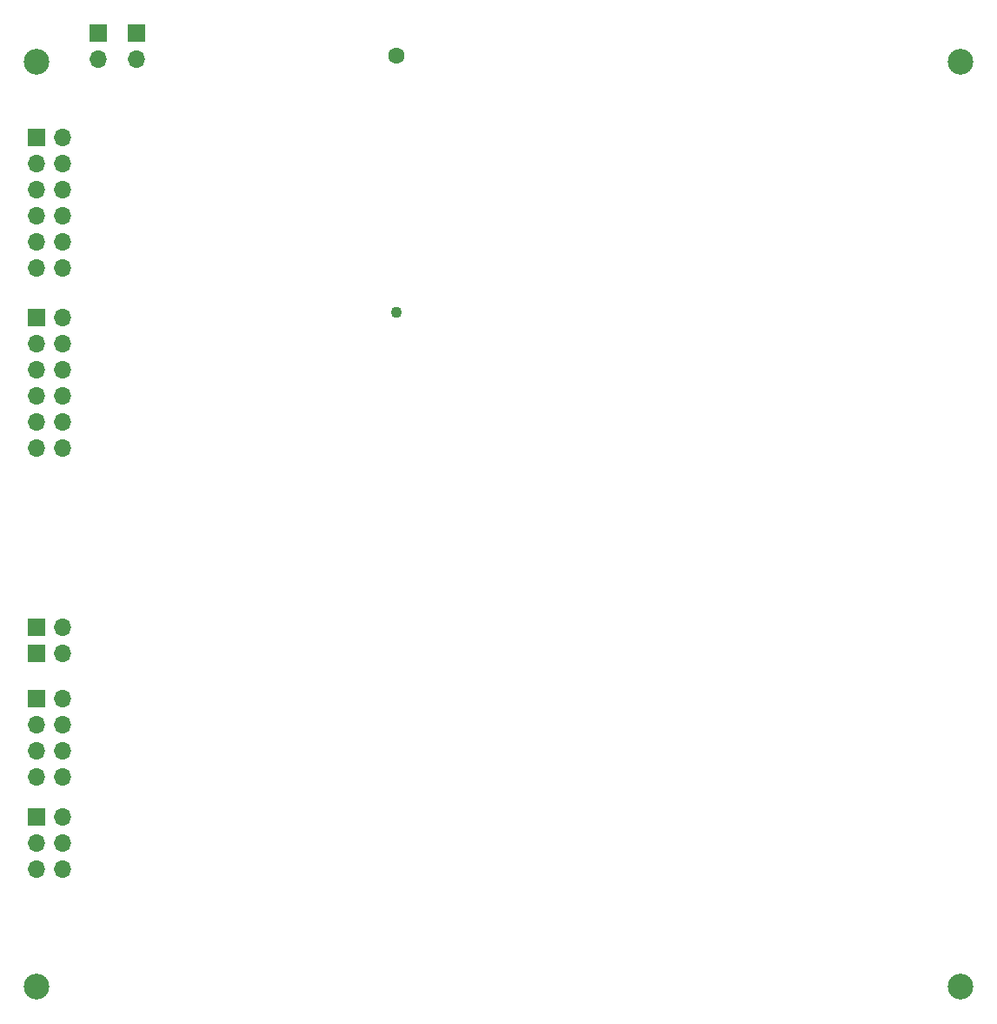
<source format=gbs>
%TF.GenerationSoftware,KiCad,Pcbnew,6.0.4-6f826c9f35~116~ubuntu18.04.1*%
%TF.CreationDate,2022-03-28T11:59:59-03:00*%
%TF.ProjectId,CommBoard,436f6d6d-426f-4617-9264-2e6b69636164,rev?*%
%TF.SameCoordinates,Original*%
%TF.FileFunction,Soldermask,Bot*%
%TF.FilePolarity,Negative*%
%FSLAX46Y46*%
G04 Gerber Fmt 4.6, Leading zero omitted, Abs format (unit mm)*
G04 Created by KiCad (PCBNEW 6.0.4-6f826c9f35~116~ubuntu18.04.1) date 2022-03-28 11:59:59*
%MOMM*%
%LPD*%
G01*
G04 APERTURE LIST*
%ADD10R,1.700000X1.700000*%
%ADD11O,1.700000X1.700000*%
%ADD12C,1.600000*%
%ADD13C,1.100000*%
%ADD14C,2.500000*%
G04 APERTURE END LIST*
D10*
%TO.C,J6*%
X34974744Y-83666233D03*
D11*
X37514744Y-83666233D03*
%TD*%
D10*
%TO.C,J7*%
X34974744Y-86166233D03*
D11*
X37514744Y-86166233D03*
%TD*%
D10*
%TO.C,J4*%
X44724744Y-25836233D03*
D11*
X44724744Y-28376233D03*
%TD*%
D12*
%TO.C,U2*%
X70049744Y-27976233D03*
D13*
X70049744Y-52976233D03*
%TD*%
D14*
%TO.C,H1*%
X124974744Y-28626233D03*
%TD*%
%TO.C,H3*%
X34974744Y-28626233D03*
%TD*%
D10*
%TO.C,J5*%
X40974744Y-25796233D03*
D11*
X40974744Y-28336233D03*
%TD*%
D14*
%TO.C,H2*%
X124974744Y-118626233D03*
%TD*%
%TO.C,H4*%
X34974744Y-118626233D03*
%TD*%
D10*
%TO.C,J1*%
X34934744Y-102086233D03*
D11*
X37474744Y-102086233D03*
X34934744Y-104626233D03*
X37474744Y-104626233D03*
X34934744Y-107166233D03*
X37474744Y-107166233D03*
%TD*%
D10*
%TO.C,J9*%
X34934744Y-53466233D03*
D11*
X37474744Y-53466233D03*
X34934744Y-56006233D03*
X37474744Y-56006233D03*
X34934744Y-58546233D03*
X37474744Y-58546233D03*
X34934744Y-61086233D03*
X37474744Y-61086233D03*
X34934744Y-63626233D03*
X37474744Y-63626233D03*
X34934744Y-66166233D03*
X37474744Y-66166233D03*
%TD*%
D10*
%TO.C,J3*%
X34974744Y-90576233D03*
D11*
X37514744Y-90576233D03*
X34974744Y-93116233D03*
X37514744Y-93116233D03*
X34974744Y-95656233D03*
X37514744Y-95656233D03*
X34974744Y-98196233D03*
X37514744Y-98196233D03*
%TD*%
D10*
%TO.C,J8*%
X34934744Y-35966233D03*
D11*
X37474744Y-35966233D03*
X34934744Y-38506233D03*
X37474744Y-38506233D03*
X34934744Y-41046233D03*
X37474744Y-41046233D03*
X34934744Y-43586233D03*
X37474744Y-43586233D03*
X34934744Y-46126233D03*
X37474744Y-46126233D03*
X34934744Y-48666233D03*
X37474744Y-48666233D03*
%TD*%
M02*

</source>
